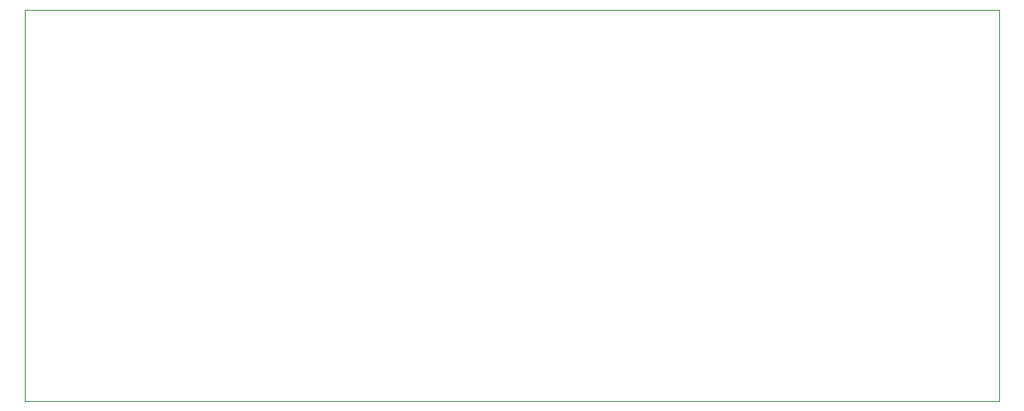
<source format=gbr>
%TF.GenerationSoftware,KiCad,Pcbnew,(5.1.7)-1*%
%TF.CreationDate,2020-11-19T15:51:39+01:00*%
%TF.ProjectId,Notifier,4e6f7469-6669-4657-922e-6b696361645f,rev?*%
%TF.SameCoordinates,Original*%
%TF.FileFunction,Profile,NP*%
%FSLAX46Y46*%
G04 Gerber Fmt 4.6, Leading zero omitted, Abs format (unit mm)*
G04 Created by KiCad (PCBNEW (5.1.7)-1) date 2020-11-19 15:51:39*
%MOMM*%
%LPD*%
G01*
G04 APERTURE LIST*
%TA.AperFunction,Profile*%
%ADD10C,0.050000*%
%TD*%
G04 APERTURE END LIST*
D10*
X25400000Y-165100000D02*
X25400000Y-125095000D01*
X125095000Y-165100000D02*
X25400000Y-165100000D01*
X125095000Y-125095000D02*
X125095000Y-165100000D01*
X25400000Y-125095000D02*
X125095000Y-125095000D01*
M02*

</source>
